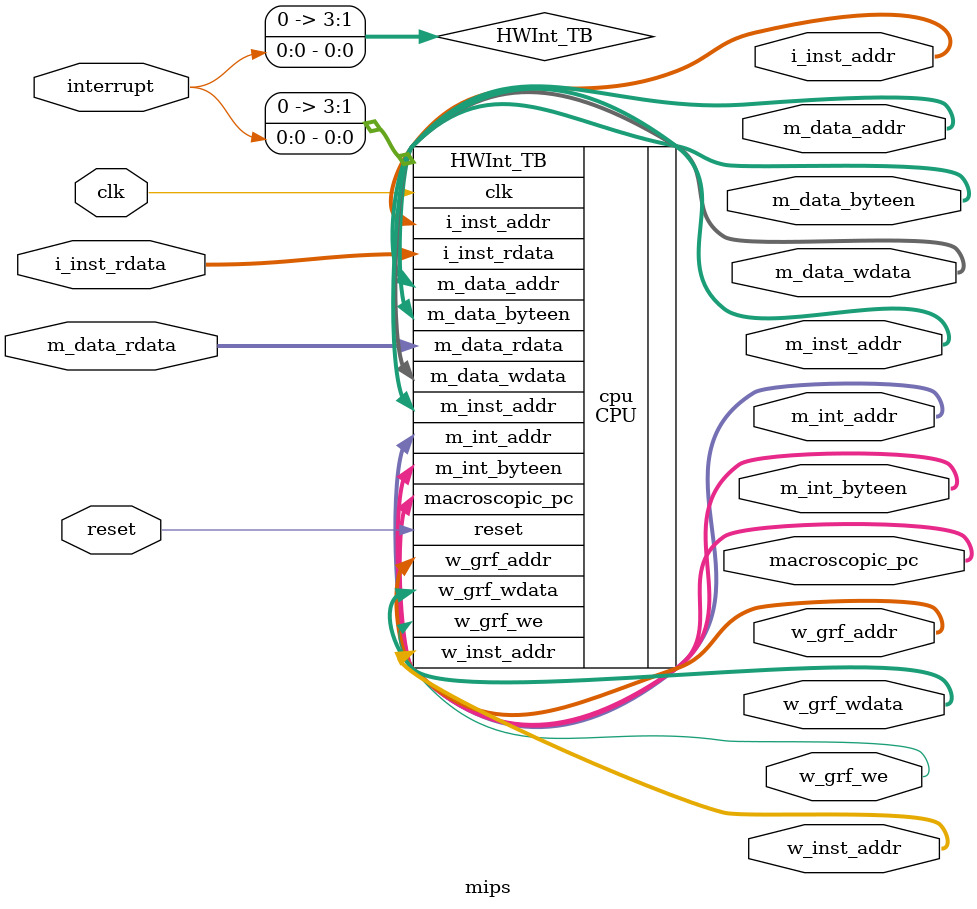
<source format=v>
`timescale 1ns / 1ps

`include "CPU.v"


module mips(
    input clk,
    input reset,
    input interrupt,
    output [31:0] macroscopic_pc,

    input [31:0] i_inst_rdata, // instr got from extern IM
    input [31:0] m_data_rdata, // DM data got from extern DM
    output [31:0] i_inst_addr, // PC
    output [31:0] m_data_addr, // DM_write_addr
    output [31:0] m_data_wdata,
    output [3:0] m_data_byteen,

    output [31:0] m_int_addr,
    output [3 :0] m_int_byteen,

    output [31:0] m_inst_addr,
    output w_grf_we,
    output [4:0] w_grf_addr,
    output [31:0] w_grf_wdata,
    output [31:0] w_inst_addr
);

    // Exception

    wire [5:2] HWInt_TB = {3'b0, interrupt};

    CPU cpu(
        .clk(clk),
        .reset(reset),
        .macroscopic_pc(macroscopic_pc),  // 宏观 PC
        .HWInt_TB(HWInt_TB),


        .i_inst_addr(i_inst_addr),
		.i_inst_rdata(i_inst_rdata),

		.m_data_addr(m_data_addr),
		.m_data_rdata(m_data_rdata),
		.m_data_wdata(m_data_wdata),
		.m_data_byteen(m_data_byteen),

		.m_int_addr(m_int_addr),
		.m_int_byteen(m_int_byteen),

		.m_inst_addr(m_inst_addr),

		.w_grf_we(w_grf_we),
		.w_grf_addr(w_grf_addr),
		.w_grf_wdata(w_grf_wdata),

		.w_inst_addr(w_inst_addr)
    );


endmodule

</source>
